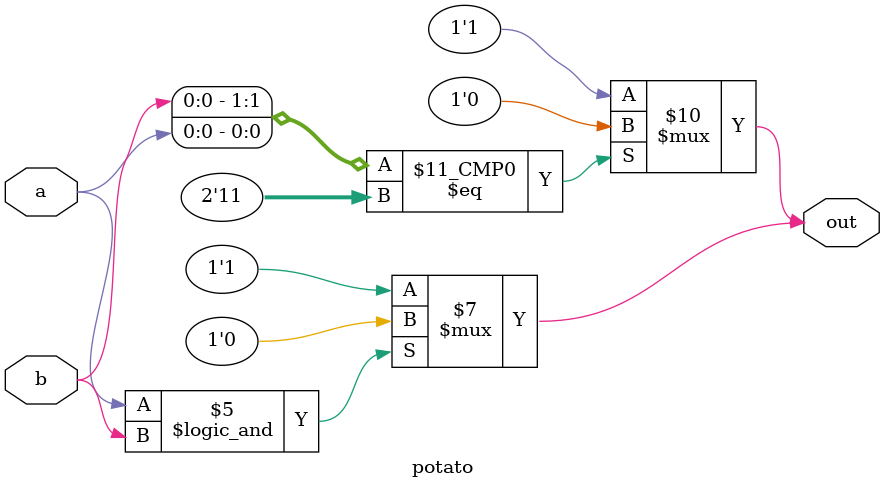
<source format=v>
module potato (input a, input b, output reg out);
always @(*)
begin
case ({b, a})
2'b11: out = 1'b0;
default: out = 1'b1;
endcase
end
always @(*)
begin
out = 1'b1;
if (a == 1 && b == 1)
out = 1'b0;
end
endmodule

</source>
